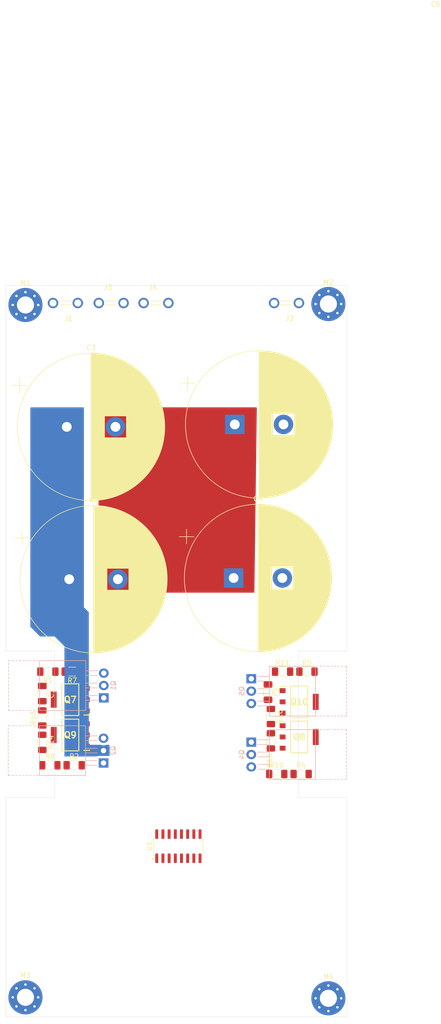
<source format=kicad_pcb>
(kicad_pcb (version 20241229) (generator "pcbnew") (generator_version "9.0")
  (layers (0 "F.Cu" signal) (2 "B.Cu" signal) (13 "F.Paste" user) (15 "B.Paste" user) (5 "F.SilkS" user "F.Silkscreen") (7 "B.SilkS" user "B.Silkscreen") (1 "F.Mask" user) (3 "B.Mask" user) (25 "Edge.Cuts" user))
  (net 0 "")
  (net 1 "-VDC")
  (net 2 "Net-(Q1-S)")
  (net 3 "Net-(Q1-G)")
  (net 16 "Net-(Q2-G)")
  (net 17 "+VDC")
  (net 18 "GND")
  (net 19 "Net-(Q4-G)")
  (net 20 "Net-(Q5-G)")
  (net 21 "Net-(Q7-C_1)")
  (net 22 "Net-(Q8-C_1)")
  (net 23 "Net-(Q7-B)")
  (net 24 "Net-(Q7-E)")
  (net 25 "Net-(Q10-B)")
  (net 26 "Net-(Q10-E)")
  (net 27 "Net-(U1-VB)")
  (net 28 "Net-(U1-HO)")
  (net 30 "Net-(U1-LO)")
  (footprint "Resistor_SMD:R_1206_3216Metric_Pad1.30x1.75mm_HandSolder" (layer "F.Cu") (at 132.45 93.7 -90)
    (property "Reference" "R14" (at 0 -1.83 90) (layer "F.SilkS"))
    (property "Value" "0E")
    (pad "1" smd roundrect (at -1.55 0 270) (size 1.3 1.75) (layers "F.Cu" "F.Mask" "F.Paste") (roundrect_rratio 0.192308) (net 23 "Net-(Q7-B)"))
    (pad "2" smd roundrect (at 1.55 0 270) (size 1.3 1.75) (layers "F.Cu" "F.Mask" "F.Paste") (roundrect_rratio 0.192308) (net 28 "Net-(U1-HO)"))
  )
  (footprint "MountingHole:MountingHole_3.5mm_Pad_Via" (layer "F.Cu") (at 191.2 3.8)
    (property "Reference" "M2" (at 0 -4.45 0) (layer "F.SilkS"))
    (property "Value" "3.5MM")
    (pad "1" thru_hole circle (at -2.625 0) (size 0.8 0.8) (drill 0.5) (layers "*.Cu" "*.Mask"))
    (pad "1" thru_hole circle (at -1.856155 -1.856155) (size 0.8 0.8) (drill 0.5) (layers "*.Cu" "*.Mask"))
    (pad "1" thru_hole circle (at -1.856155 1.856155) (size 0.8 0.8) (drill 0.5) (layers "*.Cu" "*.Mask"))
    (pad "1" thru_hole circle (at 0 -2.625) (size 0.8 0.8) (drill 0.5) (layers "*.Cu" "*.Mask"))
    (pad "1" thru_hole circle (at 0 0) (size 7 7) (drill 3.5) (layers "*.Cu" "*.Mask"))
    (pad "1" thru_hole circle (at 0 2.625) (size 0.8 0.8) (drill 0.5) (layers "*.Cu" "*.Mask"))
    (pad "1" thru_hole circle (at 1.856155 -1.856155) (size 0.8 0.8) (drill 0.5) (layers "*.Cu" "*.Mask"))
    (pad "1" thru_hole circle (at 1.856155 1.856155) (size 0.8 0.8) (drill 0.5) (layers "*.Cu" "*.Mask"))
    (pad "1" thru_hole circle (at 2.625 0) (size 0.8 0.8) (drill 0.5) (layers "*.Cu" "*.Mask"))
  )
  (footprint "Resistor_SMD:R_1206_3216Metric_Pad1.30x1.75mm_HandSolder" (layer "F.Cu") (at 179.4 88.4 -90)
    (property "Reference" "R16" (at 0 -1.83 90) (layer "F.SilkS"))
    (property "Value" "0E")
    (pad "1" smd roundrect (at -1.55 0 270) (size 1.3 1.75) (layers "F.Cu" "F.Mask" "F.Paste") (roundrect_rratio 0.192308) (net 30 "Net-(U1-LO)"))
    (pad "2" smd roundrect (at 1.55 0 270) (size 1.3 1.75) (layers "F.Cu" "F.Mask" "F.Paste") (roundrect_rratio 0.192308) (net 25 "Net-(Q10-B)"))
  )
  (footprint "MountingHole:MountingHole_3.5mm_Pad_Via" (layer "F.Cu") (at 191.2 146.2)
    (property "Reference" "M4" (at 0 -4.45 0) (layer "F.SilkS"))
    (property "Value" "3.5MM")
    (pad "1" thru_hole circle (at -2.625 0) (size 0.8 0.8) (drill 0.5) (layers "*.Cu" "*.Mask"))
    (pad "1" thru_hole circle (at -1.856155 -1.856155) (size 0.8 0.8) (drill 0.5) (layers "*.Cu" "*.Mask"))
    (pad "1" thru_hole circle (at -1.856155 1.856155) (size 0.8 0.8) (drill 0.5) (layers "*.Cu" "*.Mask"))
    (pad "1" thru_hole circle (at 0 -2.625) (size 0.8 0.8) (drill 0.5) (layers "*.Cu" "*.Mask"))
    (pad "1" thru_hole circle (at 0 0) (size 7 7) (drill 3.5) (layers "*.Cu" "*.Mask"))
    (pad "1" thru_hole circle (at 0 2.625) (size 0.8 0.8) (drill 0.5) (layers "*.Cu" "*.Mask"))
    (pad "1" thru_hole circle (at 1.856155 -1.856155) (size 0.8 0.8) (drill 0.5) (layers "*.Cu" "*.Mask"))
    (pad "1" thru_hole circle (at 1.856155 1.856155) (size 0.8 0.8) (drill 0.5) (layers "*.Cu" "*.Mask"))
    (pad "1" thru_hole circle (at 2.625 0) (size 0.8 0.8) (drill 0.5) (layers "*.Cu" "*.Mask"))
  )
  (footprint "Resistor_SMD:R_1206_3216Metric_Pad1.30x1.75mm_HandSolder" (layer "F.Cu") (at 138.6 79.2 180)
    (property "Reference" "R7" (at 0 -1.83 0) (layer "F.SilkS"))
    (property "Value" "4E7")
    (pad "1" smd roundrect (at -1.55 0 180) (size 1.3 1.75) (layers "F.Cu" "F.Mask" "F.Paste") (roundrect_rratio 0.192308) (net 24 "Net-(Q7-E)"))
    (pad "2" smd roundrect (at 1.55 0 180) (size 1.3 1.75) (layers "F.Cu" "F.Mask" "F.Paste") (roundrect_rratio 0.192308) (net 3 "Net-(Q1-G)"))
  )
  (footprint "Resistor_SMD:R_1206_3216Metric_Pad1.30x1.75mm_HandSolder" (layer "F.Cu") (at 180.6 100.2)
    (property "Reference" "R10" (at 0 -1.83 0) (layer "F.SilkS"))
    (property "Value" "4E7")
    (pad "1" smd roundrect (at -1.55 0) (size 1.3 1.75) (layers "F.Cu" "F.Mask" "F.Paste") (roundrect_rratio 0.192308) (net 26 "Net-(Q10-E)"))
    (pad "2" smd roundrect (at 1.55 0) (size 1.3 1.75) (layers "F.Cu" "F.Mask" "F.Paste") (roundrect_rratio 0.192308) (net 19 "Net-(Q4-G)"))
  )
  (footprint "Resistor_SMD:R_1206_3216Metric_Pad1.30x1.75mm_HandSolder" (layer "F.Cu") (at 134 98.4)
    (property "Reference" "R8" (at 0 -1.83 0) (layer "F.SilkS"))
    (property "Value" "4E7")
    (pad "1" smd roundrect (at -1.55 0) (size 1.3 1.75) (layers "F.Cu" "F.Mask" "F.Paste") (roundrect_rratio 0.192308) (net 24 "Net-(Q7-E)"))
    (pad "2" smd roundrect (at 1.55 0) (size 1.3 1.75) (layers "F.Cu" "F.Mask" "F.Paste") (roundrect_rratio 0.192308) (net 16 "Net-(Q2-G)"))
  )
  (footprint "Resistor_SMD:R_1206_3216Metric_Pad1.30x1.75mm_HandSolder" (layer "F.Cu") (at 186.8 79.2)
    (property "Reference" "R5" (at 0 -1.83 0) (layer "F.SilkS"))
    (property "Value" "10K")
    (pad "1" smd roundrect (at -1.55 0) (size 1.3 1.75) (layers "F.Cu" "F.Mask" "F.Paste") (roundrect_rratio 0.192308) (net 20 "Net-(Q5-G)"))
    (pad "2" smd roundrect (at 1.55 0) (size 1.3 1.75) (layers "F.Cu" "F.Mask" "F.Paste") (roundrect_rratio 0.192308) (net 1 "-VDC"))
  )
  (footprint "Resistor_SMD:R_1206_3216Metric_Pad1.30x1.75mm_HandSolder" (layer "F.Cu") (at 179.4 93.4 -90)
    (property "Reference" "R15" (at 4 0.25 90) (layer "F.SilkS"))
    (property "Value" "0E")
    (pad "1" smd roundrect (at -1.55 0 270) (size 1.3 1.75) (layers "F.Cu" "F.Mask" "F.Paste") (roundrect_rratio 0.192308))
    (pad "2" smd roundrect (at 1.55 0 270) (size 1.3 1.75) (layers "F.Cu" "F.Mask" "F.Paste") (roundrect_rratio 0.192308) (net 22 "Net-(Q8-C_1)"))
  )
  (footprint "PCB:SOT230P700X175-4N" (layer "F.Cu") (at 138.2 84.95 180)
    (property "Reference" "Q7" (at 0 0 180) (layer "F.SilkS") (effects (font (size 1.27 1.27) (thickness 0.254))))
    (property "Value" "NSS60601MZ4T1G" (hide yes))
    (pad "1" smd rect (at -3.4 -2.3 270) (size 1 1.2) (layers "F.Cu" "F.Mask" "F.Paste") (net 23 "Net-(Q7-B)"))
    (pad "2" smd rect (at -3.4 0 270) (size 1 1.2) (layers "F.Cu" "F.Mask" "F.Paste") (net 21 "Net-(Q7-C_1)"))
    (pad "3" smd rect (at -3.4 2.3 270) (size 1 1.2) (layers "F.Cu" "F.Mask" "F.Paste") (net 24 "Net-(Q7-E)"))
    (pad "4" smd rect (at 3.4 0 180) (size 1.2 3.3) (layers "F.Cu" "F.Mask" "F.Paste") (net 21 "Net-(Q7-C_1)"))
  )
  (footprint "Resistor_SMD:R_1206_3216Metric_Pad1.30x1.75mm_HandSolder" (layer "F.Cu") (at 185.6 100.2)
    (property "Reference" "R4" (at 0 -1.83 0) (layer "F.SilkS"))
    (property "Value" "10K")
    (pad "1" smd roundrect (at -1.55 0) (size 1.3 1.75) (layers "F.Cu" "F.Mask" "F.Paste") (roundrect_rratio 0.192308) (net 19 "Net-(Q4-G)"))
    (pad "2" smd roundrect (at 1.55 0) (size 1.3 1.75) (layers "F.Cu" "F.Mask" "F.Paste") (roundrect_rratio 0.192308) (net 1 "-VDC"))
  )
  (footprint "Capacitor_SMD:C_1206_3216Metric_Pad1.33x1.80mm_HandSolder" (layer "F.Cu") (at 132.45 83.7 -90)
    (property "Reference" "C1" (at 0 -1.85 90) (layer "F.SilkS"))
    (property "Value" "2.2UF")
    (pad "1" smd roundrect (at -1.5625 0 270) (size 1.325 1.8) (layers "F.Cu" "F.Mask" "F.Paste") (roundrect_rratio 0.188679) (net 21 "Net-(Q7-C_1)"))
    (pad "2" smd roundrect (at 1.5625 0 270) (size 1.325 1.8) (layers "F.Cu" "F.Mask" "F.Paste") (roundrect_rratio 0.188679) (net 2 "Net-(Q1-S)"))
  )
  (footprint "PCB:TE_62409-1" (layer "F.Cu") (at 155.8 3.6)
    (property "Reference" "J4" (at -0.636045 -3.180265 0) (layer "F.SilkS") (effects (font (size 1.001661 1.001661))))
    (property "Value" "SPADE")
    (pad "1" thru_hole circle (at -2.54 0) (size 2.145 2.145) (drill 1.43) (layers "*.Cu" "*.Mask") (net 18 "GND"))
    (pad "2" thru_hole circle (at 2.54 0) (size 2.145 2.145) (drill 1.43) (layers "*.Cu" "*.Mask"))
  )
  (footprint "Resistor_SMD:R_1206_3216Metric_Pad1.30x1.75mm_HandSolder" (layer "F.Cu") (at 139 98.4)
    (property "Reference" "R2" (at 0 -1.83 0) (layer "F.SilkS"))
    (property "Value" "10K")
    (pad "1" smd roundrect (at -1.55 0) (size 1.3 1.75) (layers "F.Cu" "F.Mask" "F.Paste") (roundrect_rratio 0.192308) (net 16 "Net-(Q2-G)"))
    (pad "2" smd roundrect (at 1.55 0) (size 1.3 1.75) (layers "F.Cu" "F.Mask" "F.Paste") (roundrect_rratio 0.192308) (net 2 "Net-(Q1-S)"))
  )
  (footprint "Capacitor_THT:CP_Radial_D30.0mm_P10.00mm_SnapIn" (layer "F.Cu") (at 171.982066 28.5)
    (property "Reference" "C6" (at 41.25 -86.2 0) (layer "F.SilkS"))
    (property "Value" "2200UF 100V")
    (pad "1" thru_hole roundrect (at 0 0) (size 4 4) (drill 2) (layers "*.Cu" "*.Mask") (roundrect_rratio 0.0625) (net 18 "GND"))
    (pad "2" thru_hole circle (at 10 0) (size 4 4) (drill 2) (layers "*.Cu" "*.Mask") (net 1 "-VDC"))
  )
  (footprint "MountingHole:MountingHole_3.5mm_Pad_Via" (layer "F.Cu") (at 129 146)
    (property "Reference" "M3" (at 0 -4.45 0) (layer "F.SilkS"))
    (property "Value" "3.5MM")
    (pad "1" thru_hole circle (at -2.625 0) (size 0.8 0.8) (drill 0.5) (layers "*.Cu" "*.Mask"))
    (pad "1" thru_hole circle (at -1.856155 -1.856155) (size 0.8 0.8) (drill 0.5) (layers "*.Cu" "*.Mask"))
    (pad "1" thru_hole circle (at -1.856155 1.856155) (size 0.8 0.8) (drill 0.5) (layers "*.Cu" "*.Mask"))
    (pad "1" thru_hole circle (at 0 -2.625) (size 0.8 0.8) (drill 0.5) (layers "*.Cu" "*.Mask"))
    (pad "1" thru_hole circle (at 0 0) (size 7 7) (drill 3.5) (layers "*.Cu" "*.Mask"))
    (pad "1" thru_hole circle (at 0 2.625) (size 0.8 0.8) (drill 0.5) (layers "*.Cu" "*.Mask"))
    (pad "1" thru_hole circle (at 1.856155 -1.856155) (size 0.8 0.8) (drill 0.5) (layers "*.Cu" "*.Mask"))
    (pad "1" thru_hole circle (at 1.856155 1.856155) (size 0.8 0.8) (drill 0.5) (layers "*.Cu" "*.Mask"))
    (pad "1" thru_hole circle (at 2.625 0) (size 0.8 0.8) (drill 0.5) (layers "*.Cu" "*.Mask"))
  )
  (footprint "Package_SO:SOIC-16_3.9x9.9mm_P1.27mm" (layer "F.Cu") (at 160.4 115 90)
    (property "Reference" "U1" (at 0 -5.9 90) (layer "F.SilkS"))
    (property "Value" "IRS2092S")
    (pad "1" smd roundrect (at -2.475 -4.445 90) (size 1.95 0.6) (layers "F.Cu" "F.Mask" "F.Paste"))
    (pad "2" smd roundrect (at -2.475 -3.175 90) (size 1.95 0.6) (layers "F.Cu" "F.Mask" "F.Paste"))
    (pad "3" smd roundrect (at -2.475 -1.905 90) (size 1.95 0.6) (layers "F.Cu" "F.Mask" "F.Paste"))
    (pad "4" smd roundrect (at -2.475 -0.635 90) (size 1.95 0.6) (layers "F.Cu" "F.Mask" "F.Paste"))
    (pad "5" smd roundrect (at -2.475 0.635 90) (size 1.95 0.6) (layers "F.Cu" "F.Mask" "F.Paste"))
    (pad "6" smd roundrect (at -2.475 1.905 90) (size 1.95 0.6) (layers "F.Cu" "F.Mask" "F.Paste"))
    (pad "7" smd roundrect (at -2.475 3.175 90) (size 1.95 0.6) (layers "F.Cu" "F.Mask" "F.Paste"))
    (pad "8" smd roundrect (at -2.475 4.445 90) (size 1.95 0.6) (layers "F.Cu" "F.Mask" "F.Paste"))
    (pad "9" smd roundrect (at 2.475 4.445 90) (size 1.95 0.6) (layers "F.Cu" "F.Mask" "F.Paste"))
    (pad "10" smd roundrect (at 2.475 3.175 90) (size 1.95 0.6) (layers "F.Cu" "F.Mask" "F.Paste"))
    (pad "11" smd roundrect (at 2.475 1.905 90) (size 1.95 0.6) (layers "F.Cu" "F.Mask" "F.Paste") (net 30 "Net-(U1-LO)"))
    (pad "12" smd roundrect (at 2.475 0.635 90) (size 1.95 0.6) (layers "F.Cu" "F.Mask" "F.Paste"))
    (pad "13" smd roundrect (at 2.475 -0.635 90) (size 1.95 0.6) (layers "F.Cu" "F.Mask" "F.Paste") (net 2 "Net-(Q1-S)"))
    (pad "14" smd roundrect (at 2.475 -1.905 90) (size 1.95 0.6) (layers "F.Cu" "F.Mask" "F.Paste") (net 28 "Net-(U1-HO)"))
    (pad "15" smd roundrect (at 2.475 -3.175 90) (size 1.95 0.6) (layers "F.Cu" "F.Mask" "F.Paste") (net 27 "Net-(U1-VB)"))
    (pad "16" smd roundrect (at 2.475 -4.445 90) (size 1.95 0.6) (layers "F.Cu" "F.Mask" "F.Paste"))
  )
  (footprint "PCB:SOT230P700X175-4N" (layer "F.Cu") (at 138.2 92.2 180)
    (property "Reference" "Q9" (at 0 0 180) (layer "F.SilkS") (effects (font (size 1.27 1.27) (thickness 0.254))))
    (property "Value" "NSS60600MZ4T1G" (hide yes))
    (pad "1" smd rect (at -3.4 -2.3 270) (size 1 1.2) (layers "F.Cu" "F.Mask" "F.Paste") (net 23 "Net-(Q7-B)"))
    (pad "2" smd rect (at -3.4 0 270) (size 1 1.2) (layers "F.Cu" "F.Mask" "F.Paste") (net 2 "Net-(Q1-S)"))
    (pad "3" smd rect (at -3.4 2.3 270) (size 1 1.2) (layers "F.Cu" "F.Mask" "F.Paste") (net 24 "Net-(Q7-E)"))
    (pad "4" smd rect (at 3.4 0 180) (size 1.2 3.3) (layers "F.Cu" "F.Mask" "F.Paste") (net 2 "Net-(Q1-S)"))
  )
  (footprint "MountingHole:MountingHole_3.5mm_Pad_Via" (layer "F.Cu") (at 129 4)
    (property "Reference" "M1" (at 0 -4.45 0) (layer "F.SilkS"))
    (property "Value" "3.5MM")
    (pad "1" thru_hole circle (at -2.625 0) (size 0.8 0.8) (drill 0.5) (layers "*.Cu" "*.Mask"))
    (pad "1" thru_hole circle (at -1.856155 -1.856155) (size 0.8 0.8) (drill 0.5) (layers "*.Cu" "*.Mask"))
    (pad "1" thru_hole circle (at -1.856155 1.856155) (size 0.8 0.8) (drill 0.5) (layers "*.Cu" "*.Mask"))
    (pad "1" thru_hole circle (at 0 -2.625) (size 0.8 0.8) (drill 0.5) (layers "*.Cu" "*.Mask"))
    (pad "1" thru_hole circle (at 0 0) (size 7 7) (drill 3.5) (layers "*.Cu" "*.Mask"))
    (pad "1" thru_hole circle (at 0 2.625) (size 0.8 0.8) (drill 0.5) (layers "*.Cu" "*.Mask"))
    (pad "1" thru_hole circle (at 1.856155 -1.856155) (size 0.8 0.8) (drill 0.5) (layers "*.Cu" "*.Mask"))
    (pad "1" thru_hole circle (at 1.856155 1.856155) (size 0.8 0.8) (drill 0.5) (layers "*.Cu" "*.Mask"))
    (pad "1" thru_hole circle (at 2.625 0) (size 0.8 0.8) (drill 0.5) (layers "*.Cu" "*.Mask"))
  )
  (footprint "PCB:TE_62409-1" (layer "F.Cu") (at 182.6 3.6 180)
    (property "Reference" "J2" (at -0.636045 -3.180265 0) (layer "F.SilkS") (effects (font (size 1.001661 1.001661))))
    (property "Value" "SPADE")
    (pad "1" thru_hole circle (at -2.54 0 180) (size 2.145 2.145) (drill 1.43) (layers "*.Cu" "*.Mask") (net 1 "-VDC"))
    (pad "2" thru_hole circle (at 2.54 0 180) (size 2.145 2.145) (drill 1.43) (layers "*.Cu" "*.Mask"))
  )
  (footprint "Capacitor_THT:CP_Radial_D30.0mm_P10.00mm_SnapIn" (layer "F.Cu") (at 171.75 60)
    (property "Reference" "C4" (at 5 -16.25 0) (layer "F.SilkS"))
    (property "Value" "2200UF 100V")
    (pad "1" thru_hole roundrect (at 0 0) (size 4 4) (drill 2) (layers "*.Cu" "*.Mask") (roundrect_rratio 0.0625) (net 18 "GND"))
    (pad "2" thru_hole circle (at 10 0) (size 4 4) (drill 2) (layers "*.Cu" "*.Mask") (net 1 "-VDC"))
  )
  (footprint "Resistor_SMD:R_1206_3216Metric_Pad1.30x1.75mm_HandSolder" (layer "F.Cu") (at 132.45 88.7 90)
    (property "Reference" "R13" (at 0 -1.83 90) (layer "F.SilkS"))
    (property "Value" "0E")
    (pad "1" smd roundrect (at -1.55 0 90) (size 1.3 1.75) (layers "F.Cu" "F.Mask" "F.Paste") (roundrect_rratio 0.192308) (net 27 "Net-(U1-VB)"))
    (pad "2" smd roundrect (at 1.55 0 90) (size 1.3 1.75) (layers "F.Cu" "F.Mask" "F.Paste") (roundrect_rratio 0.192308) (net 21 "Net-(Q7-C_1)"))
  )
  (footprint "PCB:SOT230P700X175-4N" (layer "F.Cu") (at 185.2 85.4)
    (property "Reference" "Q10" (at 0 0 0) (layer "F.SilkS") (effects (font (size 1.27 1.27) (thickness 0.254))))
    (property "Value" "NSS60600MZ4T1G" (hide yes))
    (pad "1" smd rect (at -3.4 -2.3 90) (size 1 1.2) (layers "F.Cu" "F.Mask" "F.Paste") (net 25 "Net-(Q10-B)"))
    (pad "2" smd rect (at -3.4 0 90) (size 1 1.2) (layers "F.Cu" "F.Mask" "F.Paste") (net 1 "-VDC"))
    (pad "3" smd rect (at -3.4 2.3 90) (size 1 1.2) (layers "F.Cu" "F.Mask" "F.Paste") (net 26 "Net-(Q10-E)"))
    (pad "4" smd rect (at 3.4 0) (size 1.2 3.3) (layers "F.Cu" "F.Mask" "F.Paste") (net 1 "-VDC"))
  )
  (footprint "Resistor_SMD:R_1206_3216Metric_Pad1.30x1.75mm_HandSolder" (layer "F.Cu") (at 181.8 79.2)
    (property "Reference" "R11" (at 0 -1.83 0) (layer "F.SilkS"))
    (property "Value" "4E7")
    (pad "1" smd roundrect (at -1.55 0) (size 1.3 1.75) (layers "F.Cu" "F.Mask" "F.Paste") (roundrect_rratio 0.192308) (net 26 "Net-(Q10-E)"))
    (pad "2" smd roundrect (at 1.55 0) (size 1.3 1.75) (layers "F.Cu" "F.Mask" "F.Paste") (roundrect_rratio 0.192308) (net 20 "Net-(Q5-G)"))
  )
  (footprint "Capacitor_THT:CP_Radial_D30.0mm_P10.00mm_SnapIn" (layer "F.Cu") (at 137.982066 60.25)
    (property "Reference" "C5" (at 5 -16.25 0) (layer "F.SilkS"))
    (property "Value" "2200UF 100V")
    (pad "1" thru_hole roundrect (at 0 0) (size 4 4) (drill 2) (layers "*.Cu" "*.Mask") (roundrect_rratio 0.0625) (net 17 "+VDC"))
    (pad "2" thru_hole circle (at 10 0) (size 4 4) (drill 2) (layers "*.Cu" "*.Mask") (net 18 "GND"))
  )
  (footprint "PCB:SOT230P700X175-4N" (layer "F.Cu") (at 185.2 92.6)
    (property "Reference" "Q8" (at 0 0 0) (layer "F.SilkS") (effects (font (size 1.27 1.27) (thickness 0.254))))
    (property "Value" "NSS60601MZ4T1G" (hide yes))
    (pad "1" smd rect (at -3.4 -2.3 90) (size 1 1.2) (layers "F.Cu" "F.Mask" "F.Paste") (net 25 "Net-(Q10-B)"))
    (pad "2" smd rect (at -3.4 0 90) (size 1 1.2) (layers "F.Cu" "F.Mask" "F.Paste") (net 22 "Net-(Q8-C_1)"))
    (pad "3" smd rect (at -3.4 2.3 90) (size 1 1.2) (layers "F.Cu" "F.Mask" "F.Paste") (net 26 "Net-(Q10-E)"))
    (pad "4" smd rect (at 3.4 0) (size 1.2 3.3) (layers "F.Cu" "F.Mask" "F.Paste") (net 22 "Net-(Q8-C_1)"))
  )
  (footprint "Resistor_SMD:R_1206_3216Metric_Pad1.30x1.75mm_HandSolder" (layer "F.Cu") (at 133.6 79.2 180)
    (property "Reference" "R1" (at 0 -1.83 0) (layer "F.SilkS"))
    (property "Value" "10K")
    (pad "1" smd roundrect (at -1.55 0 180) (size 1.3 1.75) (layers "F.Cu" "F.Mask" "F.Paste") (roundrect_rratio 0.192308) (net 3 "Net-(Q1-G)"))
    (pad "2" smd roundrect (at 1.55 0 180) (size 1.3 1.75) (layers "F.Cu" "F.Mask" "F.Paste") (roundrect_rratio 0.192308) (net 2 "Net-(Q1-S)"))
  )
  (footprint "PCB:TE_62409-1" (layer "F.Cu") (at 137.2 3.6 180)
    (property "Reference" "J1" (at -0.636045 -3.180265 0) (layer "F.SilkS") (effects (font (size 1.001661 1.001661))))
    (property "Value" "SPADE")
    (pad "1" thru_hole circle (at -2.54 0 180) (size 2.145 2.145) (drill 1.43) (layers "*.Cu" "*.Mask") (net 17 "+VDC"))
    (pad "2" thru_hole circle (at 2.54 0 180) (size 2.145 2.145) (drill 1.43) (layers "*.Cu" "*.Mask"))
  )
  (footprint "PCB:TE_62409-1" (layer "F.Cu") (at 146.6 3.6)
    (property "Reference" "J3" (at -0.636045 -3.180265 0) (layer "F.SilkS") (effects (font (size 1.001661 1.001661))))
    (property "Value" "SPADE")
    (pad "1" thru_hole circle (at -2.54 0) (size 2.145 2.145) (drill 1.43) (layers "*.Cu" "*.Mask") (net 18 "GND"))
    (pad "2" thru_hole circle (at 2.54 0) (size 2.145 2.145) (drill 1.43) (layers "*.Cu" "*.Mask"))
  )
  (footprint "Capacitor_THT:CP_Radial_D30.0mm_P10.00mm_SnapIn" (layer "F.Cu") (at 137.482066 29)
    (property "Reference" "C3" (at 5 -16.25 0) (layer "F.SilkS"))
    (property "Value" "2200UF 100V")
    (pad "1" thru_hole roundrect (at 0 0) (size 4 4) (drill 2) (layers "*.Cu" "*.Mask") (roundrect_rratio 0.0625) (net 17 "+VDC"))
    (pad "2" thru_hole circle (at 10 0) (size 4 4) (drill 2) (layers "*.Cu" "*.Mask") (net 18 "GND"))
  )
  (footprint "Capacitor_SMD:C_1206_3216Metric_Pad1.33x1.80mm_HandSolder" (layer "F.Cu") (at 178.8 83.4 -90)
    (property "Reference" "C2" (at 0 -1.85 90) (layer "F.SilkS"))
    (property "Value" "2.2UF")
    (pad "1" smd roundrect (at -1.5625 0 270) (size 1.325 1.8) (layers "F.Cu" "F.Mask" "F.Paste") (roundrect_rratio 0.188679) (net 22 "Net-(Q8-C_1)"))
    (pad "2" smd roundrect (at 1.5625 0 270) (size 1.325 1.8) (layers "F.Cu" "F.Mask" "F.Paste") (roundrect_rratio 0.188679) (net 1 "-VDC"))
  )
  (footprint "Package_TO_SOT_THT:TO-220-3_Horizontal_TabUp" (layer "B.Cu") (at 145.03 97.94 90)
    (property "Reference" "Q2" (at 2.54 1.95 90) (layer "B.SilkS") (effects (justify mirror)))
    (property "Value" "IRFB4227PBF")
    (pad "" np_thru_hole circle (at 2.54 -16.66 90) (size 3.5 3.5) (drill 3.5) (layers "*.Cu" "*.Mask"))
    (pad "1" thru_hole rect (at 0 0 90) (size 1.905 2) (drill 1.1) (layers "*.Cu" "*.Mask") (net 16 "Net-(Q2-G)"))
    (pad "2" thru_hole oval (at 2.54 0 90) (size 1.905 2) (drill 1.1) (layers "*.Cu" "*.Mask") (net 17 "+VDC"))
    (pad "3" thru_hole oval (at 5.08 0 90) (size 1.905 2) (drill 1.1) (layers "*.Cu" "*.Mask") (net 2 "Net-(Q1-S)"))
  )
  (footprint "Package_TO_SOT_THT:TO-220-3_Horizontal_TabUp" (layer "B.Cu") (at 175.37 93.66 -90)
    (property "Reference" "Q4" (at 2.54 1.95 90) (layer "B.SilkS") (effects (justify mirror)))
    (property "Value" "IRFB4227PBF")
    (pad "" np_thru_hole circle (at 2.54 -16.66 270) (size 3.5 3.5) (drill 3.5) (layers "*.Cu" "*.Mask"))
    (pad "1" thru_hole rect (at 0 0 270) (size 1.905 2) (drill 1.1) (layers "*.Cu" "*.Mask") (net 19 "Net-(Q4-G)"))
    (pad "2" thru_hole oval (at 2.54 0 270) (size 1.905 2) (drill 1.1) (layers "*.Cu" "*.Mask") (net 2 "Net-(Q1-S)"))
    (pad "3" thru_hole oval (at 5.08 0 270) (size 1.905 2) (drill 1.1) (layers "*.Cu" "*.Mask") (net 1 "-VDC"))
  )
  (footprint "Package_TO_SOT_THT:TO-220-3_Horizontal_TabUp" (layer "B.Cu") (at 175.37 80.66 -90)
    (property "Reference" "Q5" (at 2.54 1.95 90) (layer "B.SilkS") (effects (justify mirror)))
    (property "Value" "IRFB4227PBF")
    (pad "" np_thru_hole circle (at 2.54 -16.66 270) (size 3.5 3.5) (drill 3.5) (layers "*.Cu" "*.Mask"))
    (pad "1" thru_hole rect (at 0 0 270) (size 1.905 2) (drill 1.1) (layers "*.Cu" "*.Mask") (net 20 "Net-(Q5-G)"))
    (pad "2" thru_hole oval (at 2.54 0 270) (size 1.905 2) (drill 1.1) (layers "*.Cu" "*.Mask") (net 2 "Net-(Q1-S)"))
    (pad "3" thru_hole oval (at 5.08 0 270) (size 1.905 2) (drill 1.1) (layers "*.Cu" "*.Mask") (net 1 "-VDC"))
  )
  (footprint "Package_TO_SOT_THT:TO-220-3_Horizontal_TabUp" (layer "B.Cu") (at 145.08 84.59 90)
    (property "Reference" "Q1" (at 2.54 1.95 90) (layer "B.SilkS") (effects (justify mirror)))
    (property "Value" "IRFB4227PBF")
    (pad "" np_thru_hole circle (at 2.54 -16.66 90) (size 3.5 3.5) (drill 3.5) (layers "*.Cu" "*.Mask"))
    (pad "1" thru_hole rect (at 0 0 90) (size 1.905 2) (drill 1.1) (layers "*.Cu" "*.Mask") (net 3 "Net-(Q1-G)"))
    (pad "2" thru_hole oval (at 2.54 0 90) (size 1.905 2) (drill 1.1) (layers "*.Cu" "*.Mask") (net 17 "+VDC"))
    (pad "3" thru_hole oval (at 5.08 0 90) (size 1.905 2) (drill 1.1) (layers "*.Cu" "*.Mask") (net 2 "Net-(Q1-S)"))
  )
  (gr_line (start 195 105) (end 195 150) (stroke (width 0.05)) (layer "Edge.Cuts"))
  (gr_line (start 185 75) (end 185 105) (stroke (width 0.05)) (layer "Edge.Cuts"))
  (gr_line (start 125 105) (end 135 105) (stroke (width 0.05)) (layer "Edge.Cuts"))
  (gr_line (start 125 0) (end 195 0) (stroke (width 0.05)) (layer "Edge.Cuts"))
  (gr_line (start 185 105) (end 195 105) (stroke (width 0.05)) (layer "Edge.Cuts"))
  (gr_line (start 195 75) (end 195 0) (stroke (width 0.05)) (layer "Edge.Cuts"))
  (gr_line (start 195 150) (end 125 150) (stroke (width 0.05)) (layer "Edge.Cuts"))
  (gr_line (start 125 75) (end 125 0) (stroke (width 0.05)) (layer "Edge.Cuts"))
  (gr_line (start 185 75) (end 195 75) (stroke (width 0.05)) (layer "Edge.Cuts"))
  (gr_line (start 135 75) (end 125 75) (stroke (width 0.05)) (layer "Edge.Cuts"))
  (gr_line (start 125 150) (end 125 105) (stroke (width 0.05)) (layer "Edge.Cuts"))
  (gr_line (start 135 105) (end 135 75) (stroke (width 0.05)) (layer "Edge.Cuts"))
  (zone (net 18) (net_name "GND") (layer "F.Cu") (connect_pads yes (clearance 0.5)) (min_thickness 0.25) (fill yes (thermal_gap 0.5) (thermal_bridge_width 0.5) (island_removal_mode 1) (island_area_min 10))
    (polygon (pts (xy 144 63) (xy 176 63) (xy 176.5 25) (xy 144 25)))
  )
  (zone (net 17) (net_name "+VDC") (layer "B.Cu") (priority 1) (connect_pads yes (clearance 0.5)) (min_thickness 0.25) (fill yes (thermal_gap 0.5) (thermal_bridge_width 0.5) (island_removal_mode 1) (island_area_min 10))
    (polygon (pts (xy 141 25) (xy 130 25) (xy 130 70) (xy 132 72) (xy 135 72) (xy 137 74) (xy 137 96.6) (xy 146.275 96.6) (xy 146.275 94.2) (xy 142 94.2) (xy 142 67) (xy 141 66)))
  )
)
</source>
